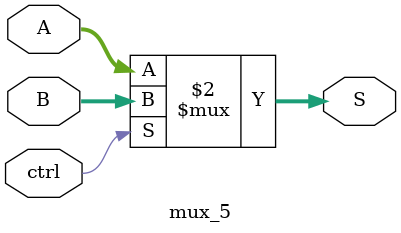
<source format=v>
`timescale 1ns / 1ps
module mux_5(
           input wire[4:0] A,B,
			  output wire[4:0] S,
			  input wire ctrl
    );

assign S = (ctrl==0)?A:B;

endmodule

</source>
